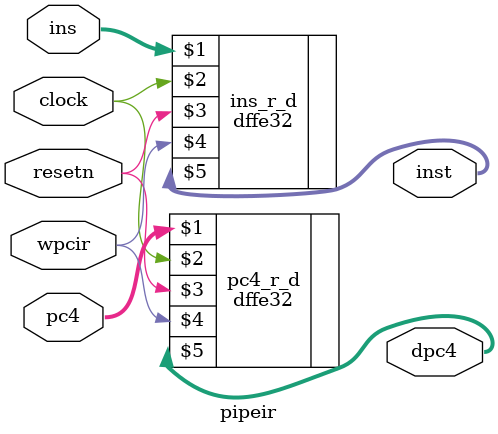
<source format=v>

module pipeir(pc4, ins, wpcir, clock, resetn, dpc4, inst);
input  [31:0] pc4, ins;
input         wpcir, clock, resetn;
output [31:0] dpc4, inst;

dffe32 pc4_r_d(pc4, clock, resetn, wpcir, dpc4);
dffe32 ins_r_d(ins, clock, resetn, wpcir, inst);
endmodule

</source>
